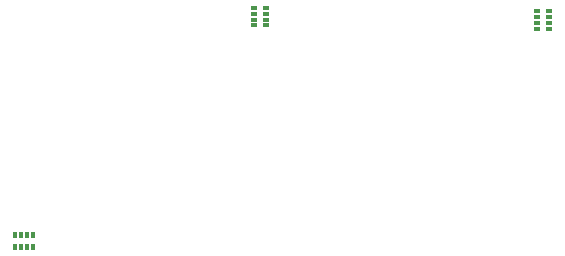
<source format=gbr>
%TF.GenerationSoftware,KiCad,Pcbnew,7.0.11-7.0.11~ubuntu22.04.1*%
%TF.CreationDate,2024-08-26T13:36:22+02:00*%
%TF.ProjectId,pcb01,70636230-312e-46b6-9963-61645f706362,rev?*%
%TF.SameCoordinates,Original*%
%TF.FileFunction,Paste,Bot*%
%TF.FilePolarity,Positive*%
%FSLAX46Y46*%
G04 Gerber Fmt 4.6, Leading zero omitted, Abs format (unit mm)*
G04 Created by KiCad (PCBNEW 7.0.11-7.0.11~ubuntu22.04.1) date 2024-08-26 13:36:22*
%MOMM*%
%LPD*%
G01*
G04 APERTURE LIST*
%ADD10R,0.500000X0.320000*%
%ADD11R,0.320000X0.500000*%
G04 APERTURE END LIST*
D10*
%TO.C,RN2*%
X129413000Y-86983000D03*
X129413000Y-86483000D03*
X129413000Y-85983000D03*
X129413000Y-85483000D03*
X128413000Y-85483000D03*
X128413000Y-85983000D03*
X128413000Y-86483000D03*
X128413000Y-86983000D03*
%TD*%
%TO.C,RN1*%
X105463500Y-85225000D03*
X105463500Y-85725000D03*
X105463500Y-86225000D03*
X105463500Y-86725000D03*
X104463500Y-86725000D03*
X104463500Y-86225000D03*
X104463500Y-85725000D03*
X104463500Y-85225000D03*
%TD*%
D11*
%TO.C,RN3*%
X84225000Y-104475000D03*
X84725000Y-104475000D03*
X85225000Y-104475000D03*
X85725000Y-104475000D03*
X85725000Y-105475000D03*
X85225000Y-105475000D03*
X84725000Y-105475000D03*
X84225000Y-105475000D03*
%TD*%
M02*

</source>
